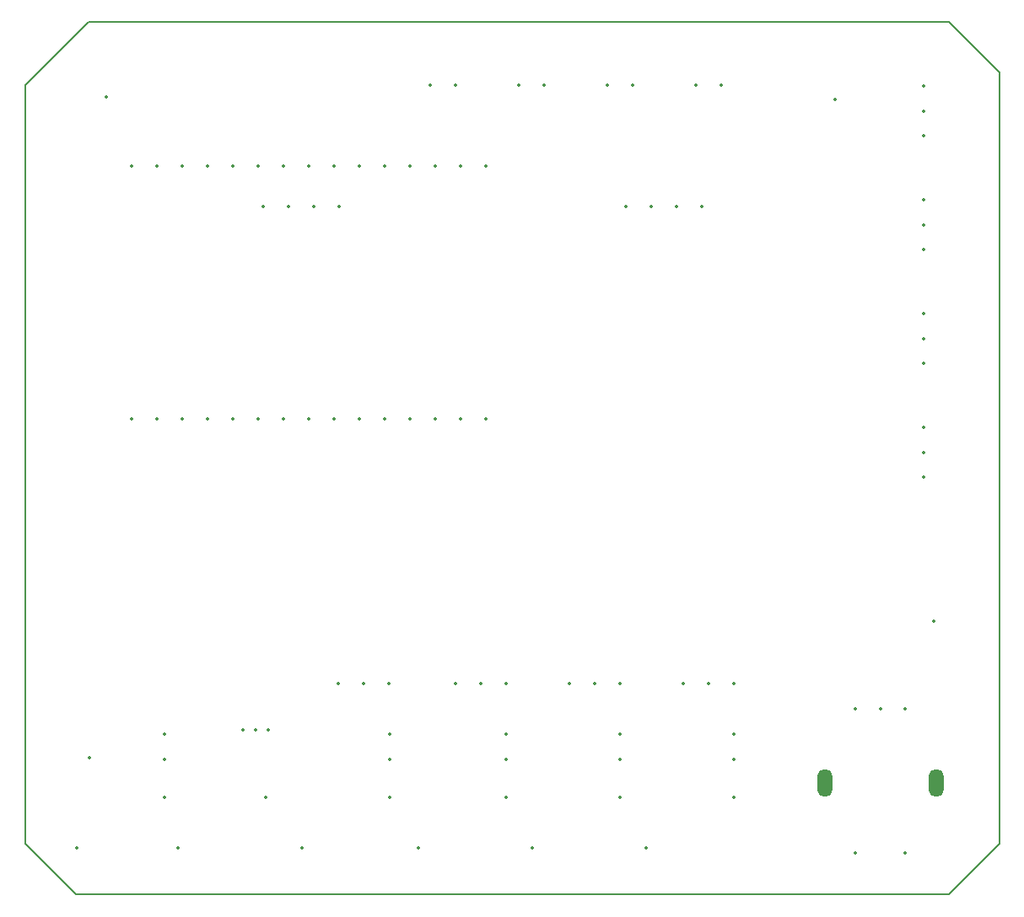
<source format=gko>
%TF.GenerationSoftware,KiCad,Pcbnew,9.0.0*%
%TF.CreationDate,2025-06-12T21:42:43+02:00*%
%TF.ProjectId,plant_watner_V3.0,706c616e-745f-4776-9174-6e65725f5633,rev?*%
%TF.SameCoordinates,Original*%
%TF.FileFunction,Profile,NP*%
%FSLAX46Y46*%
G04 Gerber Fmt 4.6, Leading zero omitted, Abs format (unit mm)*
G04 Created by KiCad (PCBNEW 9.0.0) date 2025-06-12 21:42:43*
%MOMM*%
%LPD*%
G01*
G04 APERTURE LIST*
%TA.AperFunction,Profile*%
%ADD10C,0.150000*%
%TD*%
%ADD11C,0.350000*%
%ADD12O,1.500000X2.800000*%
G04 APERTURE END LIST*
D10*
X89408000Y-132147000D02*
X89408000Y-58487000D01*
X187198000Y-132147000D02*
X182118000Y-137227000D01*
X89408000Y-58487000D02*
X89408000Y-55947000D01*
X94488000Y-137227000D02*
X89408000Y-132147000D01*
X95758000Y-49597000D02*
X182118000Y-49597000D01*
X89408000Y-55947000D02*
X95758000Y-49597000D01*
X182118000Y-137227000D02*
X94488000Y-137227000D01*
X182118000Y-49597000D02*
X187198000Y-54677000D01*
X187198000Y-54677000D02*
X187198000Y-132147000D01*
D11*
X113301500Y-68150500D03*
X115841500Y-68150500D03*
X118381500Y-68150500D03*
X120921500Y-68150500D03*
X177748000Y-118547000D03*
X172748000Y-118547000D03*
X175248000Y-118547000D03*
D12*
X180848000Y-126047001D03*
X169648000Y-126047001D03*
D11*
X172748000Y-133047000D03*
X177748000Y-133047000D03*
X170688000Y-57404000D03*
X130088000Y-55891500D03*
X132588000Y-55891500D03*
X147868000Y-55947000D03*
X150368000Y-55947000D03*
X95885000Y-123511000D03*
X103377998Y-123627001D03*
X103377998Y-121087001D03*
X138978000Y-55947000D03*
X141478000Y-55947000D03*
X137668001Y-123626998D03*
X137668001Y-121086998D03*
X149098001Y-123626999D03*
X149098001Y-121086999D03*
X125984000Y-123627001D03*
X125984000Y-121087001D03*
X179578000Y-78887000D03*
X179578000Y-81387000D03*
X179578000Y-83887000D03*
X180594000Y-109795000D03*
X179578000Y-56027000D03*
X179578000Y-58527000D03*
X179578000Y-61027000D03*
X160528001Y-123626999D03*
X160528001Y-121086999D03*
X149669500Y-68150500D03*
X152209500Y-68150500D03*
X154749500Y-68150500D03*
X157289500Y-68150500D03*
X179578000Y-67457000D03*
X179578000Y-69957000D03*
X179578000Y-72457000D03*
X156758000Y-55947000D03*
X159258000Y-55947000D03*
X97536000Y-57150000D03*
X179578000Y-90317000D03*
X179578000Y-92817000D03*
X179578000Y-95317000D03*
X160528000Y-127437000D03*
X151729182Y-132517000D03*
X113849000Y-120719000D03*
X112579000Y-120719000D03*
X111309000Y-120719000D03*
X125984000Y-127437000D03*
X117185182Y-132517000D03*
X103378000Y-127437000D03*
X94579182Y-132517000D03*
X149098000Y-127437000D03*
X140299182Y-132517000D03*
X160528000Y-116007000D03*
X157988000Y-116007000D03*
X155448000Y-116007000D03*
X125954500Y-116007000D03*
X123414500Y-116007000D03*
X120874500Y-116007000D03*
X113538000Y-127437000D03*
X104739182Y-132517000D03*
X137668000Y-127437000D03*
X128869182Y-132517000D03*
X100076000Y-64075000D03*
X102615999Y-64075000D03*
X105156000Y-64075000D03*
X107695999Y-64075000D03*
X110236000Y-64075000D03*
X112775999Y-64075000D03*
X115316000Y-64075000D03*
X117856000Y-64074999D03*
X120396000Y-64075000D03*
X122936000Y-64074999D03*
X125476000Y-64075000D03*
X128016000Y-64074999D03*
X130556000Y-64075000D03*
X133096000Y-64075000D03*
X135636000Y-64075000D03*
X135636000Y-89475000D03*
X133096000Y-89475000D03*
X130556000Y-89475000D03*
X128016000Y-89475001D03*
X125476000Y-89475000D03*
X122936001Y-89475000D03*
X120396000Y-89475000D03*
X117856001Y-89475000D03*
X115316000Y-89475000D03*
X112776000Y-89475001D03*
X110236000Y-89475000D03*
X107696000Y-89475001D03*
X105156000Y-89475000D03*
X102616000Y-89475001D03*
X100076000Y-89475000D03*
X137668000Y-116007000D03*
X135128000Y-116007000D03*
X132588000Y-116007000D03*
X149098000Y-116007000D03*
X146558000Y-116007000D03*
X144018000Y-116007000D03*
M02*

</source>
